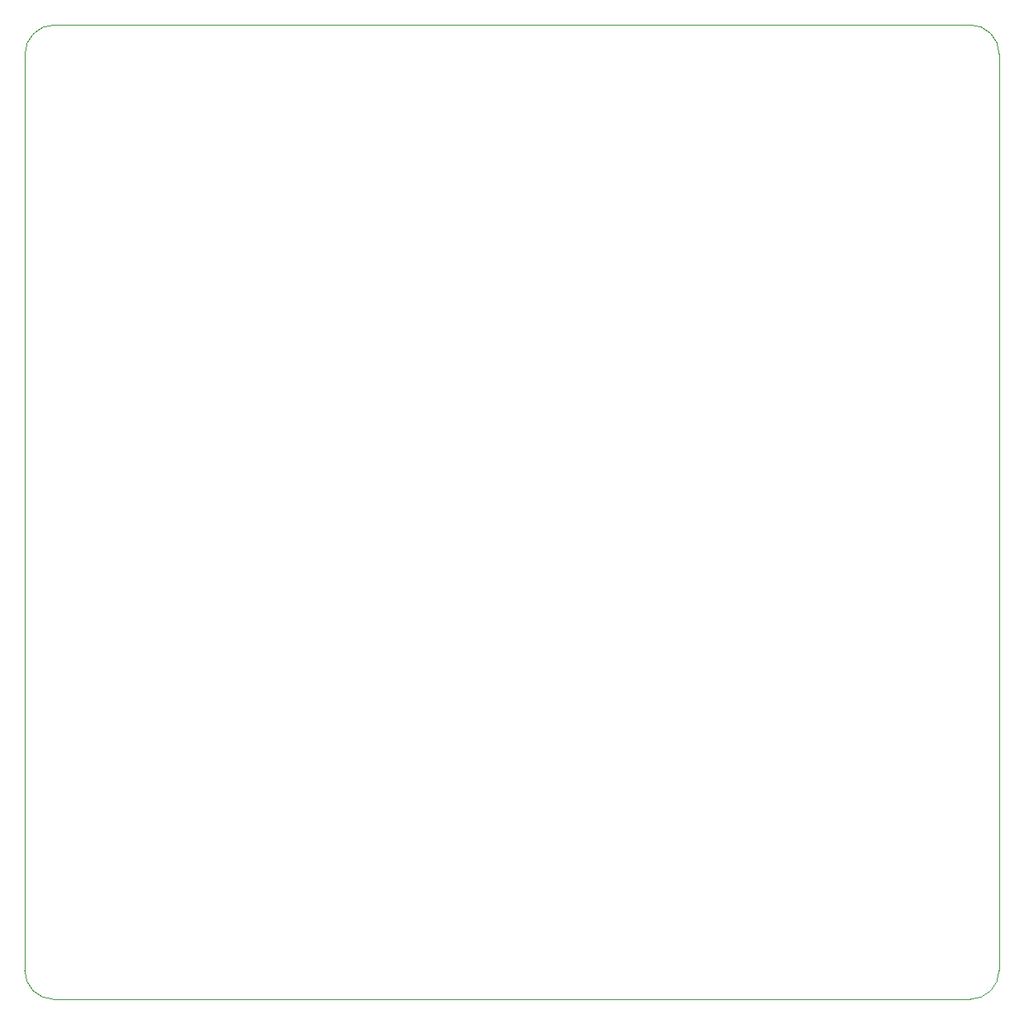
<source format=gbr>
%TF.GenerationSoftware,KiCad,Pcbnew,8.0.0-rc2-429-g037f349585*%
%TF.CreationDate,2024-02-09T22:22:20+01:00*%
%TF.ProjectId,xDuinoRail-Protoboard,78447569-6e6f-4526-9169-6c2d50726f74,rev?*%
%TF.SameCoordinates,Original*%
%TF.FileFunction,Profile,NP*%
%FSLAX46Y46*%
G04 Gerber Fmt 4.6, Leading zero omitted, Abs format (unit mm)*
G04 Created by KiCad (PCBNEW 8.0.0-rc2-429-g037f349585) date 2024-02-09 22:22:20*
%MOMM*%
%LPD*%
G01*
G04 APERTURE LIST*
%TA.AperFunction,Profile*%
%ADD10C,0.050000*%
%TD*%
G04 APERTURE END LIST*
D10*
X73485000Y-45085000D02*
X167485000Y-45085000D01*
X170485000Y-142085000D02*
G75*
G02*
X167485000Y-145085000I-3000000J0D01*
G01*
X73485000Y-145085000D02*
G75*
G02*
X70485000Y-142085000I0J3000000D01*
G01*
X70523613Y-48104619D02*
G75*
G02*
X73523613Y-45104613I2999987J19D01*
G01*
X167485000Y-45085000D02*
G75*
G02*
X170485000Y-48085000I0J-3000000D01*
G01*
X170485000Y-48085000D02*
X170485000Y-142085000D01*
X167485000Y-145085000D02*
X73485000Y-145085000D01*
X70519307Y-142094556D02*
X70519307Y-48094556D01*
M02*

</source>
